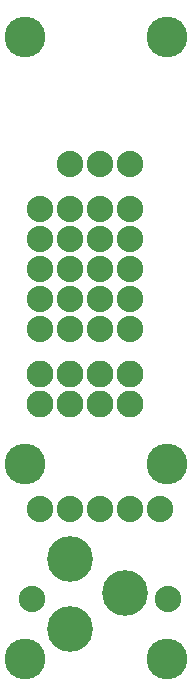
<source format=gbs>
G04 MADE WITH FRITZING*
G04 WWW.FRITZING.ORG*
G04 DOUBLE SIDED*
G04 HOLES PLATED*
G04 CONTOUR ON CENTER OF CONTOUR VECTOR*
%ASAXBY*%
%FSLAX23Y23*%
%MOIN*%
%OFA0B0*%
%SFA1.0B1.0*%
%ADD10C,0.089370*%
%ADD11C,0.088000*%
%ADD12C,0.135984*%
%ADD13C,0.152362*%
%LNMASK0*%
G90*
G70*
G54D10*
X146Y1054D03*
X246Y1054D03*
X346Y1054D03*
X446Y1054D03*
X146Y954D03*
X246Y954D03*
X346Y954D03*
X446Y954D03*
G54D11*
X446Y1204D03*
X446Y1304D03*
X446Y1404D03*
X446Y1504D03*
X446Y1604D03*
X346Y1204D03*
X346Y1304D03*
X346Y1404D03*
X346Y1504D03*
X346Y1604D03*
X246Y1204D03*
X246Y1304D03*
X246Y1404D03*
X246Y1504D03*
X246Y1604D03*
X446Y1754D03*
X346Y1754D03*
X246Y1754D03*
X146Y1204D03*
X146Y1304D03*
X146Y1404D03*
X146Y1504D03*
X146Y1604D03*
G54D12*
X571Y2179D03*
X96Y2179D03*
X96Y754D03*
X96Y104D03*
X571Y104D03*
X571Y754D03*
G54D13*
X430Y323D03*
X246Y438D03*
X246Y204D03*
G54D11*
X146Y604D03*
X246Y604D03*
X346Y604D03*
X446Y604D03*
X546Y604D03*
X118Y304D03*
X574Y304D03*
G04 End of Mask0*
M02*
</source>
